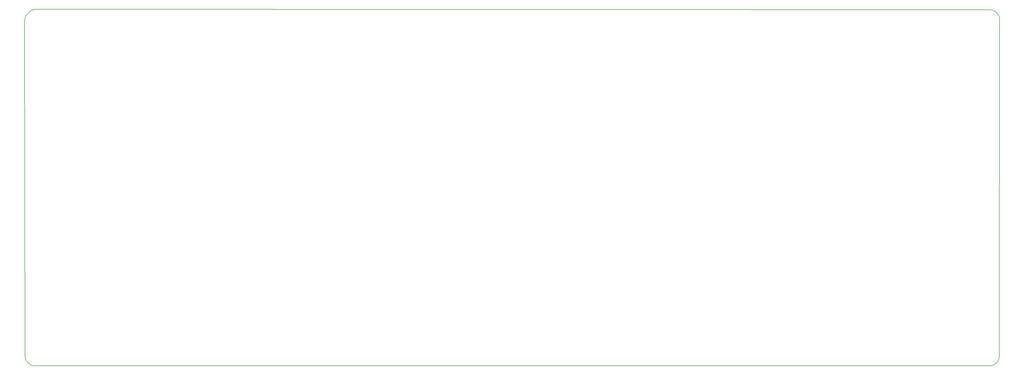
<source format=gm1>
G04 #@! TF.GenerationSoftware,KiCad,Pcbnew,(5.1.8)-1*
G04 #@! TF.CreationDate,2021-04-24T10:28:59+02:00*
G04 #@! TF.ProjectId,crispy-keyboard,63726973-7079-42d6-9b65-79626f617264,rev?*
G04 #@! TF.SameCoordinates,Original*
G04 #@! TF.FileFunction,Profile,NP*
%FSLAX46Y46*%
G04 Gerber Fmt 4.6, Leading zero omitted, Abs format (unit mm)*
G04 Created by KiCad (PCBNEW (5.1.8)-1) date 2021-04-24 10:28:59*
%MOMM*%
%LPD*%
G01*
G04 APERTURE LIST*
G04 #@! TA.AperFunction,Profile*
%ADD10C,0.150000*%
G04 #@! TD*
G04 APERTURE END LIST*
D10*
X358614720Y-177192280D02*
X358675678Y-63137009D01*
X28823660Y-177174500D02*
X28666593Y-64048637D01*
X32128196Y-180468910D02*
G75*
G02*
X28823660Y-177174500I-2536J3302008D01*
G01*
X33025334Y-59696923D02*
X355328220Y-59895740D01*
X355328220Y-59895740D02*
G75*
G02*
X358675678Y-63137009I45479J-3302229D01*
G01*
X355328220Y-180497480D02*
X32128460Y-180467000D01*
X358612925Y-177192280D02*
G75*
G02*
X355328220Y-180497480I-3305264J0D01*
G01*
X28666593Y-64048637D02*
G75*
G02*
X33025334Y-59696923I4259911J91957D01*
G01*
M02*

</source>
